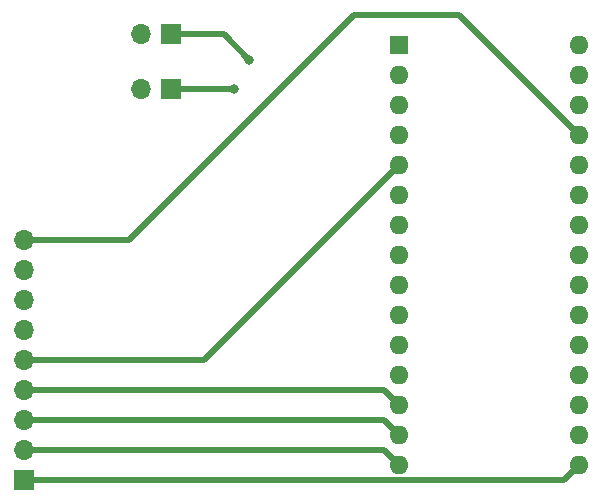
<source format=gbl>
%TF.GenerationSoftware,KiCad,Pcbnew,(5.1.8)-1*%
%TF.CreationDate,2021-06-16T10:38:21+02:00*%
%TF.ProjectId,p_dale_ble,70e96461-6c65-45f6-926c-652e6b696361,rev?*%
%TF.SameCoordinates,Original*%
%TF.FileFunction,Copper,L2,Bot*%
%TF.FilePolarity,Positive*%
%FSLAX46Y46*%
G04 Gerber Fmt 4.6, Leading zero omitted, Abs format (unit mm)*
G04 Created by KiCad (PCBNEW (5.1.8)-1) date 2021-06-16 10:38:21*
%MOMM*%
%LPD*%
G01*
G04 APERTURE LIST*
%TA.AperFunction,ComponentPad*%
%ADD10R,1.700000X1.700000*%
%TD*%
%TA.AperFunction,ComponentPad*%
%ADD11O,1.700000X1.700000*%
%TD*%
%TA.AperFunction,ComponentPad*%
%ADD12R,1.600000X1.600000*%
%TD*%
%TA.AperFunction,ComponentPad*%
%ADD13O,1.600000X1.600000*%
%TD*%
%TA.AperFunction,ViaPad*%
%ADD14C,0.800000*%
%TD*%
%TA.AperFunction,Conductor*%
%ADD15C,0.500000*%
%TD*%
G04 APERTURE END LIST*
D10*
%TO.P,U1,1*%
%TO.N,Net-(A1-Pad16)*%
X95250000Y-132080000D03*
D11*
%TO.P,U1,2*%
%TO.N,Net-(A1-Pad15)*%
X95250000Y-129540000D03*
%TO.P,U1,3*%
%TO.N,Net-(A1-Pad14)*%
X95250000Y-127000000D03*
%TO.P,U1,4*%
%TO.N,Net-(A1-Pad13)*%
X95250000Y-124460000D03*
%TO.P,U1,5*%
%TO.N,Net-(A1-Pad5)*%
X95250000Y-121920000D03*
%TO.P,U1,6*%
%TO.N,Net-(U1-Pad6)*%
X95250000Y-119380000D03*
%TO.P,U1,7*%
%TO.N,Net-(U1-Pad7)*%
X95250000Y-116840000D03*
%TO.P,U1,8*%
%TO.N,Net-(A1-Pad29)*%
X95250000Y-114300000D03*
%TO.P,U1,9*%
%TO.N,Net-(A1-Pad27)*%
X95250000Y-111760000D03*
%TD*%
D12*
%TO.P,A1,1*%
%TO.N,Net-(A1-Pad1)*%
X127000000Y-95250000D03*
D13*
%TO.P,A1,17*%
%TO.N,Net-(A1-Pad17)*%
X142240000Y-128270000D03*
%TO.P,A1,2*%
%TO.N,Net-(A1-Pad2)*%
X127000000Y-97790000D03*
%TO.P,A1,18*%
%TO.N,Net-(A1-Pad18)*%
X142240000Y-125730000D03*
%TO.P,A1,3*%
%TO.N,Net-(A1-Pad3)*%
X127000000Y-100330000D03*
%TO.P,A1,19*%
%TO.N,Net-(A1-Pad19)*%
X142240000Y-123190000D03*
%TO.P,A1,4*%
%TO.N,Net-(A1-Pad29)*%
X127000000Y-102870000D03*
%TO.P,A1,20*%
%TO.N,Net-(A1-Pad20)*%
X142240000Y-120650000D03*
%TO.P,A1,5*%
%TO.N,Net-(A1-Pad5)*%
X127000000Y-105410000D03*
%TO.P,A1,21*%
%TO.N,Net-(A1-Pad21)*%
X142240000Y-118110000D03*
%TO.P,A1,6*%
%TO.N,Net-(A1-Pad6)*%
X127000000Y-107950000D03*
%TO.P,A1,22*%
%TO.N,Net-(A1-Pad22)*%
X142240000Y-115570000D03*
%TO.P,A1,7*%
%TO.N,Net-(A1-Pad7)*%
X127000000Y-110490000D03*
%TO.P,A1,23*%
%TO.N,Net-(A1-Pad23)*%
X142240000Y-113030000D03*
%TO.P,A1,8*%
%TO.N,Net-(A1-Pad8)*%
X127000000Y-113030000D03*
%TO.P,A1,24*%
%TO.N,Net-(A1-Pad24)*%
X142240000Y-110490000D03*
%TO.P,A1,9*%
%TO.N,Net-(A1-Pad9)*%
X127000000Y-115570000D03*
%TO.P,A1,25*%
%TO.N,Net-(A1-Pad25)*%
X142240000Y-107950000D03*
%TO.P,A1,10*%
%TO.N,Net-(A1-Pad10)*%
X127000000Y-118110000D03*
%TO.P,A1,26*%
%TO.N,Net-(A1-Pad26)*%
X142240000Y-105410000D03*
%TO.P,A1,11*%
%TO.N,Net-(A1-Pad11)*%
X127000000Y-120650000D03*
%TO.P,A1,27*%
%TO.N,Net-(A1-Pad27)*%
X142240000Y-102870000D03*
%TO.P,A1,12*%
%TO.N,Net-(A1-Pad12)*%
X127000000Y-123190000D03*
%TO.P,A1,28*%
%TO.N,Net-(A1-Pad28)*%
X142240000Y-100330000D03*
%TO.P,A1,13*%
%TO.N,Net-(A1-Pad13)*%
X127000000Y-125730000D03*
%TO.P,A1,29*%
%TO.N,Net-(A1-Pad29)*%
X142240000Y-97790000D03*
%TO.P,A1,14*%
%TO.N,Net-(A1-Pad14)*%
X127000000Y-128270000D03*
%TO.P,A1,30*%
%TO.N,Net-(A1-Pad30)*%
X142240000Y-95250000D03*
%TO.P,A1,15*%
%TO.N,Net-(A1-Pad15)*%
X127000000Y-130810000D03*
%TO.P,A1,16*%
%TO.N,Net-(A1-Pad16)*%
X142240000Y-130810000D03*
%TD*%
D11*
%TO.P,J2,2*%
%TO.N,Net-(A1-Pad29)*%
X105130000Y-99000000D03*
D10*
%TO.P,J2,1*%
%TO.N,Net-(A1-Pad9)*%
X107670000Y-99000000D03*
%TD*%
D11*
%TO.P,J1,2*%
%TO.N,Net-(A1-Pad29)*%
X105130000Y-94350000D03*
D10*
%TO.P,J1,1*%
%TO.N,Net-(A1-Pad8)*%
X107670000Y-94350000D03*
%TD*%
D14*
%TO.N,Net-(A1-Pad9)*%
X112970000Y-99000000D03*
%TO.N,Net-(A1-Pad8)*%
X114300000Y-96520000D03*
%TD*%
D15*
%TO.N,Net-(A1-Pad16)*%
X140970000Y-132080000D02*
X142240000Y-130810000D01*
X95250000Y-132080000D02*
X140970000Y-132080000D01*
%TO.N,Net-(A1-Pad15)*%
X125730000Y-129540000D02*
X127000000Y-130810000D01*
X95250000Y-129540000D02*
X125730000Y-129540000D01*
%TO.N,Net-(A1-Pad14)*%
X125730000Y-127000000D02*
X127000000Y-128270000D01*
X95250000Y-127000000D02*
X125730000Y-127000000D01*
%TO.N,Net-(A1-Pad13)*%
X125730000Y-124460000D02*
X127000000Y-125730000D01*
X95250000Y-124460000D02*
X125730000Y-124460000D01*
%TO.N,Net-(A1-Pad27)*%
X132080000Y-92710000D02*
X142240000Y-102870000D01*
X123190000Y-92710000D02*
X132080000Y-92710000D01*
X95250000Y-111760000D02*
X104140000Y-111760000D01*
X104140000Y-111760000D02*
X123190000Y-92710000D01*
%TO.N,Net-(A1-Pad9)*%
X107670000Y-99000000D02*
X112970000Y-99000000D01*
%TO.N,Net-(A1-Pad8)*%
X112130000Y-94350000D02*
X114300000Y-96520000D01*
X107670000Y-94350000D02*
X112130000Y-94350000D01*
%TO.N,Net-(A1-Pad5)*%
X110490000Y-121920000D02*
X127000000Y-105410000D01*
X95250000Y-121920000D02*
X110490000Y-121920000D01*
%TD*%
M02*

</source>
